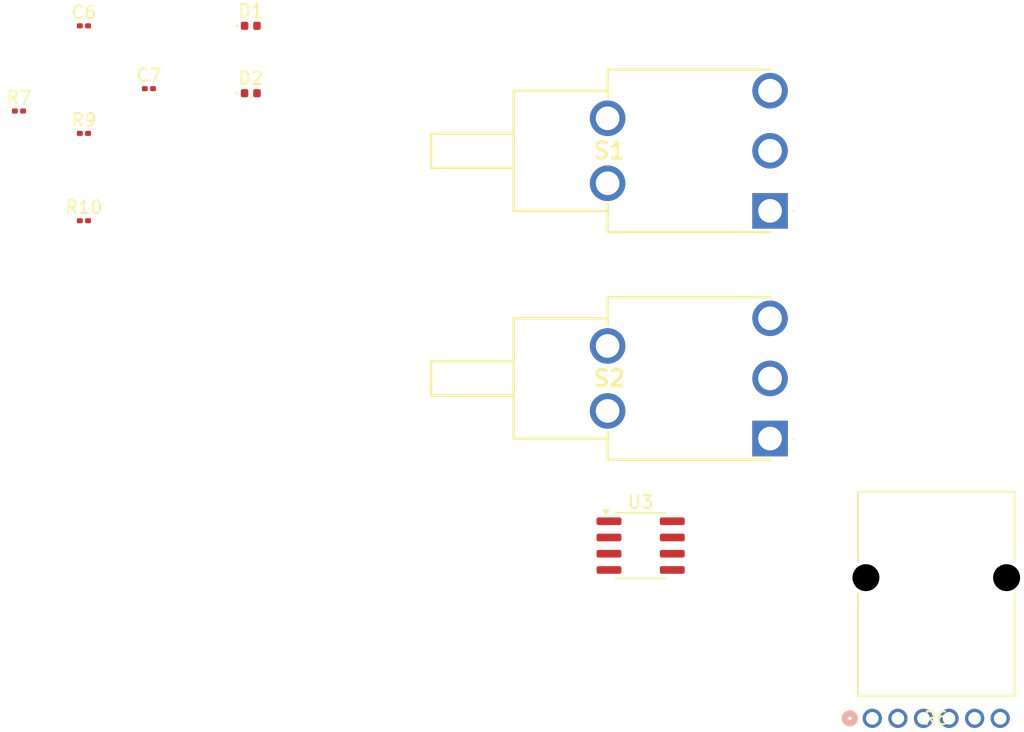
<source format=kicad_pcb>
(kicad_pcb (version 20241229) (generator "pcbnew") (generator_version "9.0")
  (layers (0 "F.Cu" signal) (2 "B.Cu" signal) (13 "F.Paste" user) (15 "B.Paste" user) (5 "F.SilkS" user "F.Silkscreen") (7 "B.SilkS" user "B.Silkscreen") (1 "F.Mask" user) (3 "B.Mask" user) (25 "Edge.Cuts" user))
  (net 0 "")
  (net 1 "Net-(U4A-+)")
  (net 3 "Net-(R6-Pad1)")
  (net 5 "Net-(R6-Pad5)")
  (net 6 "GND")
  (net 8 "/BATT+")
  (net 9 "+9V")
  (net 10 "/CHIP+")
  (net 11 "/PWR Supply/VDIV")
  (net 12 "/PWR Supply/2.5V VGND")
  (net 13 "Net-(U3B-+)")
  (net 14 "Net-(U3A-+)")
  (net 15 "+5V")
  (net 16 "/Wave Generator/WAVE")
  (net 17 "Net-(C6-Pad2)")
  (net 18 "Net-(D1-A)")
  (net 19 "Net-(D1-K)")
  (footprint "Package_SO:SOIC-8_3.9x4.9mm_P1.27mm" (layer "F.Cu") (at 68.58 66.04)
    (property "Reference" "U3" (at 0 -3.4 0) (layer "F.SilkS"))
    (property "Value" "MCP6002-xP")
    (fp_line (start 0 -2.56) (end -1.95 -2.56) (stroke (width 0.12)) (layer "F.SilkS"))
    (fp_line (start 0 -2.56) (end 1.95 -2.56) (stroke (width 0.12)) (layer "F.SilkS"))
    (fp_line (start 0 2.56) (end -1.95 2.56) (stroke (width 0.12)) (layer "F.SilkS"))
    (fp_line (start 0 2.56) (end 1.95 2.56) (stroke (width 0.12)) (layer "F.SilkS"))
    (fp_poly (pts (xy -2.7 -2.465) (xy -2.94 -2.795) (xy -2.46 -2.795)) (stroke (width 0.12)) (fill yes) (layer "F.SilkS"))
    (pad "1" smd roundrect (at -2.475 -1.905) (size 1.95 0.6) (layers "F.Cu" "F.Mask" "F.Paste") (net 12 "/PWR Supply/2.5V VGND"))
    (pad "2" smd roundrect (at -2.475 -0.635) (size 1.95 0.6) (layers "F.Cu" "F.Mask" "F.Paste") (net 12 "/PWR Supply/2.5V VGND"))
    (pad "3" smd roundrect (at -2.475 0.635) (size 1.95 0.6) (layers "F.Cu" "F.Mask" "F.Paste") (net 14 "Net-(U3A-+)"))
    (pad "4" smd roundrect (at -2.475 1.905) (size 1.95 0.6) (layers "F.Cu" "F.Mask" "F.Paste") (net 6 "GND"))
    (pad "5" smd roundrect (at 2.475 1.905) (size 1.95 0.6) (layers "F.Cu" "F.Mask" "F.Paste") (net 13 "Net-(U3B-+)"))
    (pad "6" smd roundrect (at 2.475 0.635) (size 1.95 0.6) (layers "F.Cu" "F.Mask" "F.Paste") (net 11 "/PWR Supply/VDIV"))
    (pad "7" smd roundrect (at 2.475 -0.635) (size 1.95 0.6) (layers "F.Cu" "F.Mask" "F.Paste") (net 11 "/PWR Supply/VDIV"))
    (pad "8" smd roundrect (at 2.475 -1.905) (size 1.95 0.6) (layers "F.Cu" "F.Mask" "F.Paste") (net 15 "+5V"))
  )
  (footprint "Resistor_SMD:R_0201_0603Metric" (layer "F.Cu") (at 25.055 40.64)
    (property "Reference" "R10" (at 0 -1.05 0) (layer "F.SilkS"))
    (property "Value" "3.3k")
    (pad "1" smd roundrect (at -0.32 0) (size 0.46 0.4) (layers "F.Cu" "F.Mask") (net 19 "Net-(D1-K)"))
    (pad "2" smd roundrect (at 0.32 0) (size 0.46 0.4) (layers "F.Cu" "F.Mask") (net 12 "/PWR Supply/2.5V VGND"))
  )
  (footprint "Resistor_SMD:R_0201_0603Metric" (layer "F.Cu") (at 19.975 32.06)
    (property "Reference" "R7" (at 0 -1.05 0) (layer "F.SilkS"))
    (property "Value" "10k")
    (pad "1" smd roundrect (at -0.32 0) (size 0.46 0.4) (layers "F.Cu" "F.Mask") (net 17 "Net-(C6-Pad2)"))
    (pad "2" smd roundrect (at 0.32 0) (size 0.46 0.4) (layers "F.Cu" "F.Mask") (net 3 "Net-(R6-Pad1)"))
  )
  (footprint "Capacitor_SMD:C_0201_0603Metric" (layer "F.Cu") (at 25.055 25.4)
    (property "Reference" "C6" (at 0 -1.05 0) (layer "F.SilkS"))
    (property "Value" "1µF")
    (pad "1" smd roundrect (at -0.32 0) (size 0.46 0.4) (layers "F.Cu" "F.Mask") (net 16 "/Wave Generator/WAVE"))
    (pad "2" smd roundrect (at 0.32 0) (size 0.46 0.4) (layers "F.Cu" "F.Mask") (net 17 "Net-(C6-Pad2)"))
  )
  (footprint "100SP3T2B4M6RE:100SP3T2B4M6RE" (layer "F.Cu") (at 78.6986 39.8698)
    (property "Reference" "S1" (at -12.561 -4.7 0) (layer "F.SilkS") (effects (font (size 1.27 1.27) (thickness 0.254))))
    (property "Value" "100SP3T2B4M6RE" (hide yes))
    (fp_line (start -26.51 -6.035) (end -26.51 -3.365) (stroke (width 0.2)) (layer "F.SilkS"))
    (fp_line (start -26.51 -3.365) (end -20.05 -3.365) (stroke (width 0.2)) (layer "F.SilkS"))
    (fp_line (start -20.05 -9.4) (end -20.05 0) (stroke (width 0.2)) (layer "F.SilkS"))
    (fp_line (start -20.05 -6.035) (end -26.51 -6.035) (stroke (width 0.2)) (layer "F.SilkS"))
    (fp_line (start -20.05 0) (end -12.7 0) (stroke (width 0.2)) (layer "F.SilkS"))
    (fp_line (start -12.7 -11.05) (end -12.7 -8.9) (stroke (width 0.2)) (layer "F.SilkS"))
    (fp_line (start -12.7 -0.5) (end -12.7 1.65) (stroke (width 0.2)) (layer "F.SilkS"))
    (fp_line (start -12.7 1.65) (end 0 1.65) (stroke (width 0.2)) (layer "F.SilkS"))
    (fp_line (start -12.65 -9.4) (end -20.05 -9.4) (stroke (width 0.2)) (layer "F.SilkS"))
    (fp_line (start 0 -11.05) (end -12.7 -11.05) (stroke (width 0.2)) (layer "F.SilkS"))
    (fp_line (start 1.8 0) (end 1.8 0) (stroke (width 0.1)) (layer "F.SilkS"))
    (fp_line (start 1.9 0) (end 1.9 0) (stroke (width 0.1)) (layer "F.SilkS"))
    (fp_arc (start 1.8 0) (mid 1.85 -0.05) (end 1.9 0) (stroke (width 0.1)) (layer "F.SilkS"))
    (fp_arc (start 1.9 0) (mid 1.85 0.05) (end 1.8 0) (stroke (width 0.1)) (layer "F.SilkS"))
    (pad "1" thru_hole rect (at 0 0) (size 2.775 2.775) (drill 1.85) (layers "*.Cu" "*.Mask"))
    (pad "2" thru_hole circle (at 0 -4.7) (size 2.775 2.775) (drill 1.85) (layers "*.Cu" "*.Mask") (net 8 "/BATT+"))
    (pad "3" thru_hole circle (at 0 -9.4) (size 2.775 2.775) (drill 1.85) (layers "*.Cu" "*.Mask") (net 9 "+9V"))
    (pad "MH1" thru_hole circle (at -12.7 -2.16) (size 2.775 2.775) (drill 1.85) (layers "*.Cu" "*.Mask") (net 6 "GND"))
    (pad "MH2" thru_hole circle (at -12.7 -7.24) (size 2.775 2.775) (drill 1.85) (layers "*.Cu" "*.Mask") (net 6 "GND"))
  )
  (footprint "Diode_SMD:D_0402_1005Metric" (layer "F.Cu") (at 38.1 25.4)
    (property "Reference" "D1" (at 0 -1.17 0) (layer "F.SilkS"))
    (property "Value" "2.5V")
    (fp_circle (center -1.09 0) (end -1.04 0) (stroke (width 0.1)) (fill no) (layer "F.SilkS"))
    (pad "1" smd roundrect (at -0.485 0) (size 0.59 0.64) (layers "F.Cu" "F.Mask" "F.Paste") (net 19 "Net-(D1-K)"))
    (pad "2" smd roundrect (at 0.485 0) (size 0.59 0.64) (layers "F.Cu" "F.Mask" "F.Paste") (net 18 "Net-(D1-A)"))
  )
  (footprint "Resistor_SMD:R_0201_0603Metric" (layer "F.Cu") (at 25.055 33.81)
    (property "Reference" "R9" (at 0 -1.05 0) (layer "F.SilkS"))
    (property "Value" "10k")
    (pad "1" smd roundrect (at -0.32 0) (size 0.46 0.4) (layers "F.Cu" "F.Mask") (net 16 "/Wave Generator/WAVE"))
    (pad "2" smd roundrect (at 0.32 0) (size 0.46 0.4) (layers "F.Cu" "F.Mask") (net 19 "Net-(D1-K)"))
  )
  (footprint "Capacitor_SMD:C_0201_0603Metric" (layer "F.Cu") (at 30.135 30.31)
    (property "Reference" "C7" (at 0 -1.05 0) (layer "F.SilkS"))
    (property "Value" "1µF")
    (pad "1" smd roundrect (at -0.32 0) (size 0.46 0.4) (layers "F.Cu" "F.Mask") (net 1 "Net-(U4A-+)"))
    (pad "2" smd roundrect (at 0.32 0) (size 0.46 0.4) (layers "F.Cu" "F.Mask") (net 12 "/PWR Supply/2.5V VGND"))
  )
  (footprint "PRS12R_4025K_103B1:PRS12R-4_BRN" (layer "F.Cu") (at 90.693549 79.54535)
    (property "Reference" "R6" (at 1.000001 0 0) (layer "F.SilkS"))
    (property "Value" "50k")
    (fp_line (start -5.121399 -17.727) (end -5.121399 -12.239834) (stroke (width 0.1524)) (layer "F.SilkS"))
    (fp_line (start -5.121399 -9.760168) (end -5.121399 -1.7758) (stroke (width 0.1524)) (layer "F.SilkS"))
    (fp_line (start -5.121399 -1.7758) (end 7.121401 -1.7758) (stroke (width 0.1524)) (layer "F.SilkS"))
    (fp_line (start 7.121401 -17.727) (end -5.121399 -17.727) (stroke (width 0.1524)) (layer "F.SilkS"))
    (fp_line (start 7.121401 -12.239834) (end 7.121401 -17.727) (stroke (width 0.1524)) (layer "F.SilkS"))
    (fp_line (start 7.121401 -1.7758) (end 7.121401 -9.760168) (stroke (width 0.1524)) (layer "F.SilkS"))
    (fp_circle (center -5.756399 0) (end -5.375399 0) (stroke (width 0.508)) (fill no) (layer "F.SilkS"))
    (fp_circle (center -5.756399 0) (end -5.375399 0) (stroke (width 0.508)) (fill no) (layer "B.SilkS"))
    (pad "" np_thru_hole circle (at -4.499999 -11.000001) (size 2.1082 2.1082) (drill 2.1082) (layers))
    (pad "" np_thru_hole circle (at 6.5 -11.000001) (size 2.1082 2.1082) (drill 2.1082) (layers))
    (pad "1" thru_hole circle (at 0 0) (size 1.4986 1.4986) (drill 0.9906) (layers "*.Cu" "*.Mask") (net 3 "Net-(R6-Pad1)"))
    (pad "2" thru_hole circle (at 2.000001 0) (size 1.4986 1.4986) (drill 0.9906) (layers "*.Cu" "*.Mask") (net 1 "Net-(U4A-+)"))
    (pad "3" thru_hole circle (at 4 0) (size 1.4986 1.4986) (drill 0.9906) (layers "*.Cu" "*.Mask"))
    (pad "4" thru_hole circle (at -1.999999 0) (size 1.4986 1.4986) (drill 0.9906) (layers "*.Cu" "*.Mask") (net 1 "Net-(U4A-+)"))
    (pad "5" thru_hole circle (at -4 0) (size 1.4986 1.4986) (drill 0.9906) (layers "*.Cu" "*.Mask") (net 5 "Net-(R6-Pad5)"))
    (pad "6" thru_hole circle (at 6.000001 0) (size 1.4986 1.4986) (drill 0.9906) (layers "*.Cu" "*.Mask"))
  )
  (footprint "Diode_SMD:D_0402_1005Metric" (layer "F.Cu") (at 38.1 30.67)
    (property "Reference" "D2" (at 0 -1.17 0) (layer "F.SilkS"))
    (property "Value" "2.5V")
    (fp_circle (center -1.09 0) (end -1.04 0) (stroke (width 0.1)) (fill no) (layer "F.SilkS"))
    (pad "1" smd roundrect (at -0.485 0) (size 0.59 0.64) (layers "F.Cu" "F.Mask" "F.Paste") (net 16 "/Wave Generator/WAVE"))
    (pad "2" smd roundrect (at 0.485 0) (size 0.59 0.64) (layers "F.Cu" "F.Mask" "F.Paste") (net 18 "Net-(D1-A)"))
  )
  (footprint "100SP3T2B4M6RE:100SP3T2B4M6RE" (layer "F.Cu") (at 78.6986 57.6698)
    (property "Reference" "S2" (at -12.561 -4.7 0) (layer "F.SilkS") (effects (font (size 1.27 1.27) (thickness 0.254))))
    (property "Value" "100SP3T2B4M6RE" (hide yes))
    (fp_line (start -26.51 -6.035) (end -26.51 -3.365) (stroke (width 0.2)) (layer "F.SilkS"))
    (fp_line (start -26.51 -3.365) (end -20.05 -3.365) (stroke (width 0.2)) (layer "F.SilkS"))
    (fp_line (start -20.05 -9.4) (end -20.05 0) (stroke (width 0.2)) (layer "F.SilkS"))
    (fp_line (start -20.05 -6.035) (end -26.51 -6.035) (stroke (width 0.2)) (layer "F.SilkS"))
    (fp_line (start -20.05 0) (end -12.7 0) (stroke (width 0.2)) (layer "F.SilkS"))
    (fp_line (start -12.7 -11.05) (end -12.7 -8.9) (stroke (width 0.2)) (layer "F.SilkS"))
    (fp_line (start -12.7 -0.5) (end -12.7 1.65) (stroke (width 0.2)) (layer "F.SilkS"))
    (fp_line (start -12.7 1.65) (end 0 1.65) (stroke (width 0.2)) (layer "F.SilkS"))
    (fp_line (start -12.65 -9.4) (end -20.05 -9.4) (stroke (width 0.2)) (layer "F.SilkS"))
    (fp_line (start 0 -11.05) (end -12.7 -11.05) (stroke (width 0.2)) (layer "F.SilkS"))
    (fp_line (start 1.8 0) (end 1.8 0) (stroke (width 0.1)) (layer "F.SilkS"))
    (fp_line (start 1.9 0) (end 1.9 0) (stroke (width 0.1)) (layer "F.SilkS"))
    (fp_arc (start 1.8 0) (mid 1.85 -0.05) (end 1.9 0) (stroke (width 0.1)) (layer "F.SilkS"))
    (fp_arc (start 1.9 0) (mid 1.85 0.05) (end 1.8 0) (stroke (width 0.1)) (layer "F.SilkS"))
    (pad "1" thru_hole rect (at 0 0) (size 2.775 2.775) (drill 1.85) (layers "*.Cu" "*.Mask") (net 9 "+9V"))
    (pad "2" thru_hole circle (at 0 -4.7) (size 2.775 2.775) (drill 1.85) (layers "*.Cu" "*.Mask") (net 10 "/CHIP+"))
    (pad "3" thru_hole circle (at 0 -9.4) (size 2.775 2.775) (drill 1.85) (layers "*.Cu" "*.Mask") (net 11 "/PWR Supply/VDIV"))
    (pad "MH1" thru_hole circle (at -12.7 -2.16) (size 2.775 2.775) (drill 1.85) (layers "*.Cu" "*.Mask") (net 6 "GND"))
    (pad "MH2" thru_hole circle (at -12.7 -7.24) (size 2.775 2.775) (drill 1.85) (layers "*.Cu" "*.Mask") (net 6 "GND"))
  )
)
</source>
